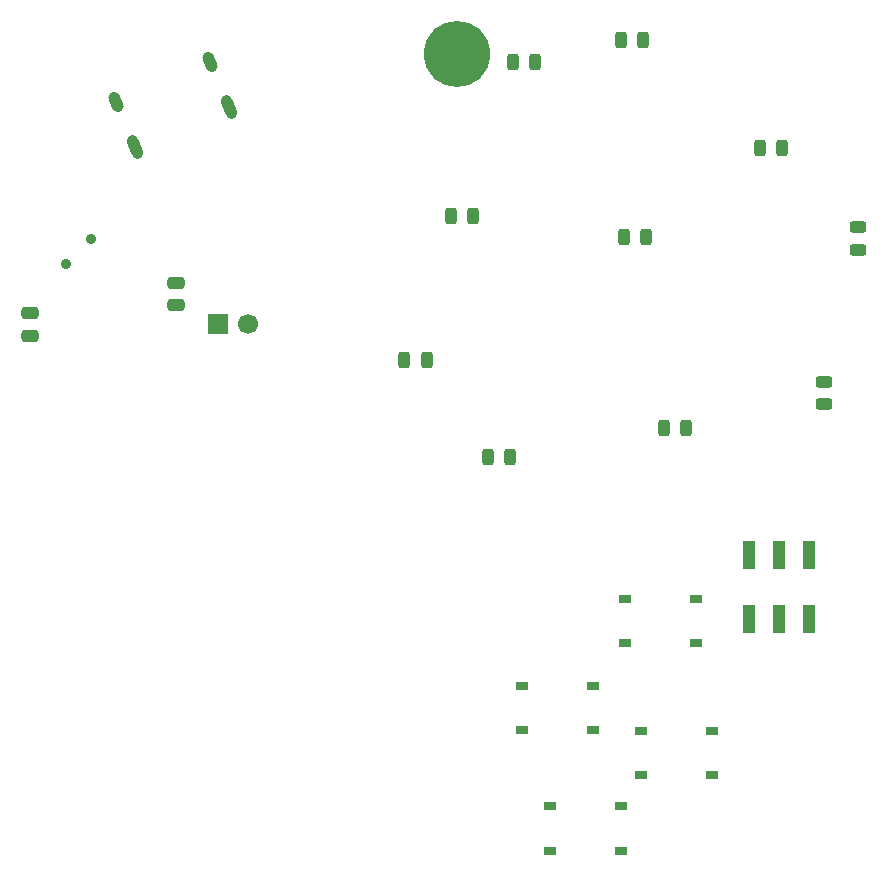
<source format=gbr>
%TF.GenerationSoftware,KiCad,Pcbnew,9.0.0*%
%TF.CreationDate,2025-12-18T00:51:24+08:00*%
%TF.ProjectId,hnr26-badge,686e7232-362d-4626-9164-67652e6b6963,0.0.14*%
%TF.SameCoordinates,Original*%
%TF.FileFunction,Soldermask,Top*%
%TF.FilePolarity,Negative*%
%FSLAX46Y46*%
G04 Gerber Fmt 4.6, Leading zero omitted, Abs format (unit mm)*
G04 Created by KiCad (PCBNEW 9.0.0) date 2025-12-18 00:51:24*
%MOMM*%
%LPD*%
G01*
G04 APERTURE LIST*
G04 Aperture macros list*
%AMRoundRect*
0 Rectangle with rounded corners*
0 $1 Rounding radius*
0 $2 $3 $4 $5 $6 $7 $8 $9 X,Y pos of 4 corners*
0 Add a 4 corners polygon primitive as box body*
4,1,4,$2,$3,$4,$5,$6,$7,$8,$9,$2,$3,0*
0 Add four circle primitives for the rounded corners*
1,1,$1+$1,$2,$3*
1,1,$1+$1,$4,$5*
1,1,$1+$1,$6,$7*
1,1,$1+$1,$8,$9*
0 Add four rect primitives between the rounded corners*
20,1,$1+$1,$2,$3,$4,$5,0*
20,1,$1+$1,$4,$5,$6,$7,0*
20,1,$1+$1,$6,$7,$8,$9,0*
20,1,$1+$1,$8,$9,$2,$3,0*%
%AMHorizOval*
0 Thick line with rounded ends*
0 $1 width*
0 $2 $3 position (X,Y) of the first rounded end (center of the circle)*
0 $4 $5 position (X,Y) of the second rounded end (center of the circle)*
0 Add line between two ends*
20,1,$1,$2,$3,$4,$5,0*
0 Add two circle primitives to create the rounded ends*
1,1,$1,$2,$3*
1,1,$1,$4,$5*%
G04 Aperture macros list end*
%ADD10C,0.900000*%
%ADD11R,1.000000X0.750000*%
%ADD12RoundRect,0.243750X-0.243750X-0.456250X0.243750X-0.456250X0.243750X0.456250X-0.243750X0.456250X0*%
%ADD13R,1.020000X2.400000*%
%ADD14RoundRect,0.250000X0.475000X-0.250000X0.475000X0.250000X-0.475000X0.250000X-0.475000X-0.250000X0*%
%ADD15RoundRect,0.243750X0.243750X0.456250X-0.243750X0.456250X-0.243750X-0.456250X0.243750X-0.456250X0*%
%ADD16RoundRect,0.243750X0.456250X-0.243750X0.456250X0.243750X-0.456250X0.243750X-0.456250X-0.243750X0*%
%ADD17C,5.600000*%
%ADD18RoundRect,0.250000X-0.475000X0.250000X-0.475000X-0.250000X0.475000X-0.250000X0.475000X0.250000X0*%
%ADD19HorizOval,1.000000X-0.156292X0.368202X0.156292X-0.368202X0*%
%ADD20HorizOval,1.000000X-0.214902X0.506278X0.214902X-0.506278X0*%
%ADD21R,1.700000X1.700000*%
%ADD22C,1.700000*%
G04 APERTURE END LIST*
D10*
%TO.C,SW9*%
X118887506Y-72745686D03*
X121008827Y-70624365D03*
%TD*%
D11*
%TO.C,SW1*%
X172204532Y-104852072D03*
X166204532Y-104852072D03*
X172204532Y-101102072D03*
X166204532Y-101102072D03*
%TD*%
D12*
%TO.C,D6*%
X169509892Y-86615976D03*
X171384892Y-86615976D03*
%TD*%
D13*
%TO.C,U7*%
X176646687Y-97363477D03*
X176646687Y-102763477D03*
X179186687Y-97363477D03*
X179186687Y-102763477D03*
X181726687Y-97363477D03*
X181726687Y-102763477D03*
%TD*%
D14*
%TO.C,C2*%
X115777721Y-78806413D03*
X115777721Y-76906413D03*
%TD*%
D15*
%TO.C,D1*%
X149377514Y-80866736D03*
X147502514Y-80866736D03*
%TD*%
D12*
%TO.C,D2*%
X151415882Y-68654414D03*
X153290882Y-68654414D03*
%TD*%
D16*
%TO.C,D9*%
X183051872Y-84574129D03*
X183051872Y-82699129D03*
%TD*%
D17*
%TO.C,H1*%
X151918504Y-54966296D03*
%TD*%
D11*
%TO.C,SW4*%
X173518168Y-115981325D03*
X167518168Y-115981325D03*
X173518168Y-112231325D03*
X167518168Y-112231325D03*
%TD*%
D12*
%TO.C,D3*%
X154593581Y-89088326D03*
X156468581Y-89088326D03*
%TD*%
D18*
%TO.C,C10*%
X128148853Y-74314323D03*
X128148853Y-76214323D03*
%TD*%
D12*
%TO.C,D5*%
X166103805Y-70433148D03*
X167978805Y-70433148D03*
%TD*%
%TO.C,D4*%
X156686171Y-55587307D03*
X158561171Y-55587307D03*
%TD*%
D16*
%TO.C,D10*%
X185927470Y-71511590D03*
X185927470Y-69636590D03*
%TD*%
D11*
%TO.C,SW2*%
X165804722Y-122403056D03*
X159804722Y-122403056D03*
X165804722Y-118653056D03*
X159804722Y-118653056D03*
%TD*%
D12*
%TO.C,D8*%
X177614030Y-62867329D03*
X179489030Y-62867329D03*
%TD*%
%TO.C,D7*%
X165845413Y-53741365D03*
X167720413Y-53741365D03*
%TD*%
D11*
%TO.C,SW3*%
X163444828Y-112181446D03*
X157444828Y-112181446D03*
X163444828Y-108431446D03*
X157444828Y-108431446D03*
%TD*%
D19*
%TO.C,J1*%
X123090073Y-58998406D03*
D20*
X124723329Y-62846116D03*
D19*
X131043235Y-55622489D03*
D20*
X132676491Y-59470199D03*
%TD*%
D21*
%TO.C,J2*%
X131739056Y-77798673D03*
D22*
X134279056Y-77798673D03*
%TD*%
M02*

</source>
